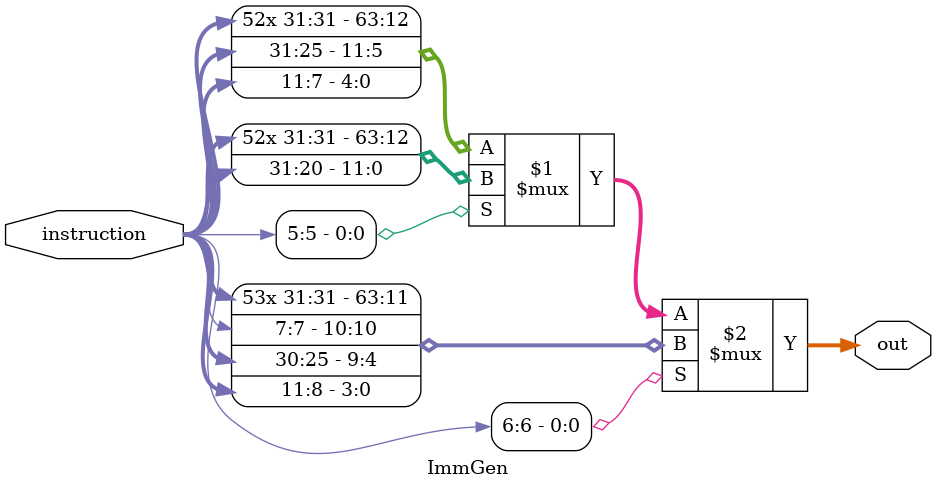
<source format=sv>
module ImmGen(
    input [31:0] instruction,
    output reg [63:0] out
);

    assign out = (instruction[6]) ?

                {{52{instruction[31]}}, instruction[31], instruction[7], instruction[30:25], instruction[11:8]} :

                (instruction[5]) ? 
                    {{52{instruction[31]}}, instruction[31:20]} : 
                    {{52{instruction[31]}}, instruction[31:25], instruction[11:7]};

endmodule
</source>
